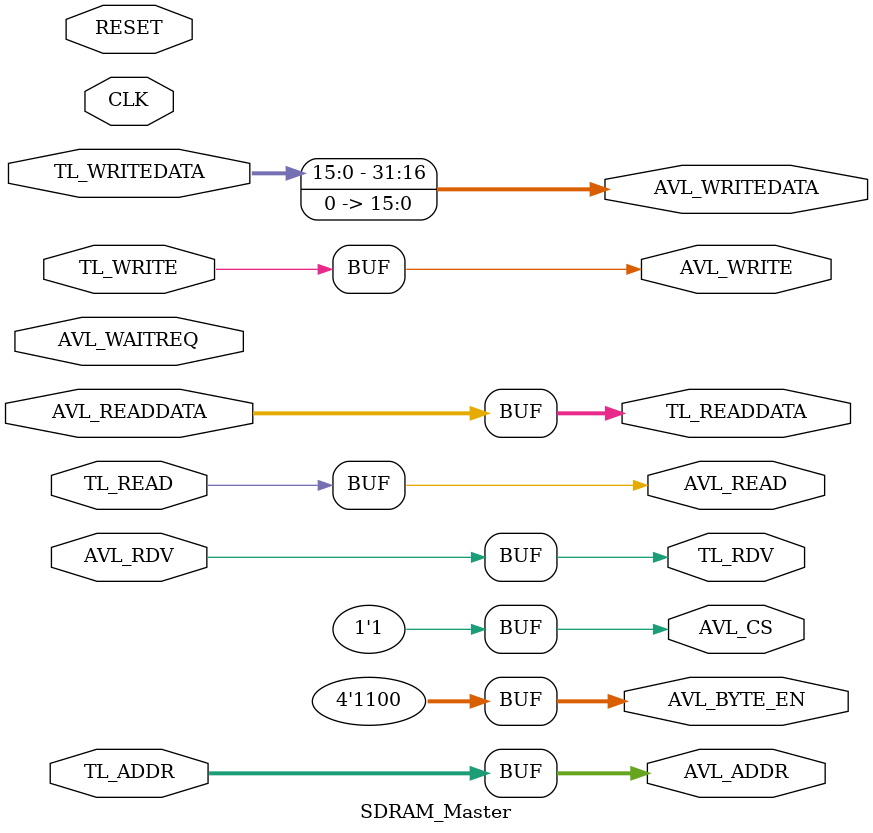
<source format=sv>
module SDRAM_Master(
	// Avalon Clock Input
	input   logic CLK,
	
	// Avalon Reset Input
	input   logic RESET,
	
	// Avalon-MM Master Signals
	output  logic AVL_READ,					// Avalon-MM Read
	output  logic AVL_WRITE,				// Avalon-MM Write
	output  logic AVL_CS,					// Avalon-MM Chip Select
	output  logic [3:0] AVL_BYTE_EN,		// Avalon-MM Byte Enable
	output  logic [31:0] AVL_ADDR,		// Avalon-MM Address
	output  logic [31:0] AVL_WRITEDATA,	// Avalon-MM Write Data
	input   logic AVL_WAITREQ,				// Avalon-MM Wait Request
	input   logic [31:0] AVL_READDATA,	// Avalon-MM Read Data
	input	  logic AVL_RDV,					// Avalon-MM Readdatavalid
	
	// Top-Level Signals
	input   logic [31:0] TL_ADDR,
	input	  logic TL_READ,
	input	  logic TL_WRITE,
	input   logic [15:0] TL_WRITEDATA,
	output  logic [31:0] TL_READDATA,
	output  logic TL_RDV
	
	);

assign AVL_BYTE_EN = 4'b1100; 					// we will never overwrite the lower two bytes (the song)
assign AVL_CS = 1'b1; 								// always enable chip
assign AVL_ADDR = TL_ADDR; 						// from controller
assign AVL_READ = TL_READ; 						// from controller
assign AVL_WRITE = TL_WRITE; 						// from controller
assign TL_READDATA = AVL_READDATA; 				// to top level
assign AVL_WRITEDATA = {TL_WRITEDATA,16'd0}; // from top level (for DSP)
assign TL_RDV = AVL_RDV;

	
endmodule

</source>
